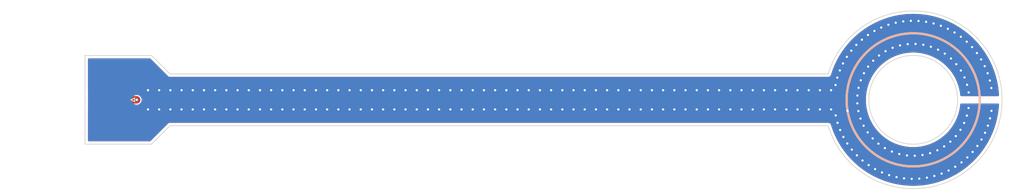
<source format=kicad_pcb>
(kicad_pcb (version 20211014) (generator pcbnew)
  (layers (0 "F.Cu" signal) (1 "In1.Cu" signal) (2 "In2.Cu" signal) (31 "B.Cu" signal) (34 "B.Paste" user) (35 "F.Paste" user) (36 "B.SilkS" user "B.Silkscreen") (37 "F.SilkS" user "F.Silkscreen") (38 "B.Mask" user) (39 "F.Mask" user) (44 "Edge.Cuts" user))
  (net 0 "")
  (net 1 "/signal")
  (net 2 "GND")
  (footprint "Connector_Coaxial:SMA_Amphenol_132289_EdgeMount" (layer "F.Cu") (at 101 104 180)
    (fp_text reference "J1" hide)
    (fp_text value "Conn_Coaxial" hide)
    (fp_line (start -3.71 0.25) (end -3.21 0) (layer "F.SilkS") (width 0.12))
    (fp_line (start -3.71 -0.25) (end -3.71 0.25) (layer "F.SilkS") (width 0.12))
    (fp_line (start -3.21 0) (end -3.71 -0.25) (layer "F.SilkS") (width 0.12))
    (pad "1" smd rect (at 0 0 270) (size 1.5 5.08) (layers "F.Cu" "F.Paste" "F.Mask") (net 1 "/signal"))
    (pad "2" smd rect (at 0 -4.25 270) (size 1.5 5.08) (layers "B.Cu" "B.Paste" "B.Mask") (net 2 "GND"))
    (pad "2" smd rect (at 0 4.25 270) (size 1.5 5.08) (layers "B.Cu" "B.Paste" "B.Mask") (net 2 "GND"))
    (pad "2" smd rect (at 0 4.25 270) (size 1.5 5.08) (layers "F.Cu" "F.Paste" "F.Mask") (net 2 "GND"))
    (pad "2" smd rect (at 0 -4.25 270) (size 1.5 5.08) (layers "F.Cu" "F.Paste" "F.Mask") (net 2 "GND"))
  )
  (gr_circle (center 210 104) (end 219 104) (layer "B.SilkS") (width 0.3) (fill none))
  (gr_circle (center 210 104) (end 219 104) (layer "F.SilkS") (width 0.3) (fill none))
  (gr_line (start 107 98) (end 98 98) (layer "Edge.Cuts") (width 0.1))
  (gr_line (start 98 98) (end 98 110) (layer "Edge.Cuts") (width 0.1))
  (gr_line (start 109.5 100.5) (end 107 98) (layer "Edge.Cuts") (width 0.1))
  (gr_arc (start 198.5 100.5) (mid 222.020825 104) (end 198.5 107.5) (layer "Edge.Cuts") (width 0.1))
  (gr_line (start 198.5 107.5) (end 109.5 107.5) (layer "Edge.Cuts") (width 0.1))
  (gr_line (start 98 110) (end 107 110) (layer "Edge.Cuts") (width 0.1))
  (gr_line (start 198.5 100.5) (end 109.5 100.5) (layer "Edge.Cuts") (width 0.1))
  (gr_line (start 107 110) (end 109.5 107.5) (layer "Edge.Cuts") (width 0.1))
  (gr_circle (center 210 104) (end 216 104) (layer "Edge.Cuts") (width 0.1) (fill none))
  (segment (start 101 104) (end 105 104) (width 1) (layer "F.Cu") (net 1))
  (via (at 105 104) (size 0.5) (drill 0.3) (layers "F.Cu" "B.Cu") (net 1))
  (via (at 135.290322 105.3) (size 0.5) (drill 0.3) (layers "F.Cu" "B.Cu") (net 2))
  (via (at 215.761624 108.904456) (size 0.5) (drill 0.3) (layers "F.Cu" "B.Cu") (net 2))
  (via (at 207.640256 93.574953) (size 0.5) (drill 0.3) (layers "F.Cu" "B.Cu") (net 2))
  (via (at 198.9 105.3) (size 0.5) (drill 0.3) (layers "F.Cu" "B.Cu") (net 2))
  (via (at 202.389352 111.505201) (size 0.5) (drill 0.3) (layers "F.Cu" "B.Cu") (net 2))
  (via (at 203.973087 112.827589) (size 0.5) (drill 0.3) (layers "F.Cu" "B.Cu") (net 2))
  (via (at 204.520158 109.217406) (size 0.5) (drill 0.3) (layers "F.Cu" "B.Cu") (net 2))
  (via (at 167.095161 105.3) (size 0.5) (drill 0.3) (layers "F.Cu" "B.Cu") (net 2))
  (via (at 109.543548 105.3) (size 0.5) (drill 0.3) (layers "F.Cu" "B.Cu") (net 2))
  (via (at 176.182258 105.3) (size 0.5) (drill 0.3) (layers "F.Cu" "B.Cu") (net 2))
  (via (at 123.174193 102.7) (size 0.5) (drill 0.3) (layers "F.Cu" "B.Cu") (net 2))
  (via (at 161.037096 105.3) (size 0.5) (drill 0.3) (layers "F.Cu" "B.Cu") (net 2))
  (via (at 153.464516 102.7) (size 0.5) (drill 0.3) (layers "F.Cu" "B.Cu") (net 2))
  (via (at 111.058064 102.7) (size 0.5) (drill 0.3) (layers "F.Cu" "B.Cu") (net 2))
  (via (at 147.406451 102.7) (size 0.5) (drill 0.3) (layers "F.Cu" "B.Cu") (net 2))
  (via (at 174.667741 105.3) (size 0.5) (drill 0.3) (layers "F.Cu" "B.Cu") (net 2))
  (via (at 135.290322 102.7) (size 0.5) (drill 0.3) (layers "F.Cu" "B.Cu") (net 2))
  (via (at 199.520977 106.107147) (size 0.5) (drill 0.3) (layers "F.Cu" "B.Cu") (net 2))
  (via (at 197.385483 105.3) (size 0.5) (drill 0.3) (layers "F.Cu" "B.Cu") (net 2))
  (via (at 220.364983 101.389037) (size 0.5) (drill 0.3) (layers "F.Cu" "B.Cu") (net 2))
  (via (at 162.551612 105.3) (size 0.5) (drill 0.3) (layers "F.Cu" "B.Cu") (net 2))
  (via (at 141.348387 105.3) (size 0.5) (drill 0.3) (layers "F.Cu" "B.Cu") (net 2))
  (via (at 208.117634 111.328486) (size 0.5) (drill 0.3) (layers "F.Cu" "B.Cu") (net 2))
  (via (at 177.696774 102.7) (size 0.5) (drill 0.3) (layers "F.Cu" "B.Cu") (net 2))
  (via (at 213.364909 97.223025) (size 0.5) (drill 0.3) (layers "F.Cu" "B.Cu") (net 2))
  (via (at 220.064601 100.400861) (size 0.5) (drill 0.3) (layers "F.Cu" "B.Cu") (net 2))
  (via (at 168.609677 105.3) (size 0.5) (drill 0.3) (layers "F.Cu" "B.Cu") (net 2))
  (via (at 114.087096 105.3) (size 0.5) (drill 0.3) (layers "F.Cu" "B.Cu") (net 2))
  (via (at 164.066129 105.3) (size 0.5) (drill 0.3) (layers "F.Cu" "B.Cu") (net 2))
  (via (at 126.203225 105.3) (size 0.5) (drill 0.3) (layers "F.Cu" "B.Cu") (net 2))
  (via (at 213.841287 113.974694) (size 0.5) (drill 0.3) (layers "F.Cu" "B.Cu") (net 2))
  (via (at 192.841935 105.3) (size 0.5) (drill 0.3) (layers "F.Cu" "B.Cu") (net 2))
  (via (at 211.745697 93.454738) (size 0.5) (drill 0.3) (layers "F.Cu" "B.Cu") (net 2))
  (via (at 201.700525 110.735631) (size 0.5) (drill 0.3) (layers "F.Cu" "B.Cu") (net 2))
  (via (at 118.630645 105.3) (size 0.5) (drill 0.3) (layers "F.Cu" "B.Cu") (net 2))
  (via (at 133.775806 102.7) (size 0.5) (drill 0.3) (layers "F.Cu" "B.Cu") (net 2))
  (via (at 204.757788 94.685001) (size 0.5) (drill 0.3) (layers "F.Cu" "B.Cu") (net 2))
  (via (at 174.667741 102.7) (size 0.5) (drill 0.3) (layers "F.Cu" "B.Cu") (net 2))
  (via (at 130.746774 102.7) (size 0.5) (drill 0.3) (layers "F.Cu" "B.Cu") (net 2))
  (via (at 114.087096 102.7) (size 0.5) (drill 0.3) (layers "F.Cu" "B.Cu") (net 2))
  (via (at 201.029356 98.188155) (size 0.5) (drill 0.3) (layers "F.Cu" "B.Cu") (net 2))
  (via (at 159.52258 105.3) (size 0.5) (drill 0.3) (layers "F.Cu" "B.Cu") (net 2))
  (via (at 148.920967 105.3) (size 0.5) (drill 0.3) (layers "F.Cu" "B.Cu") (net 2))
  (via (at 179.21129 105.3) (size 0.5) (drill 0.3) (layers "F.Cu" "B.Cu") (net 2))
  (via (at 165.580645 102.7) (size 0.5) (drill 0.3) (layers "F.Cu" "B.Cu") (net 2))
  (via (at 188.298387 102.7) (size 0.5) (drill 0.3) (layers "F.Cu" "B.Cu") (net 2))
  (via (at 203.910293 99.509402) (size 0.5) (drill 0.3) (layers "F.Cu" "B.Cu") (net 2))
  (via (at 183.754838 105.3) (size 0.5) (drill 0.3) (layers "F.Cu" "B.Cu") (net 2))
  (via (at 219.716258 108.454698) (size 0.5) (drill 0.3) (layers "F.Cu" "B.Cu") (net 2))
  (via (at 219.670249 99.446289) (size 0.5) (drill 0.3) (layers "F.Cu" "B.Cu") (net 2))
  (via (at 216.444854 100.03593) (size 0.5) (drill 0.3) (layers "F.Cu" "B.Cu") (net 2))
  (via (at 130.746774 105.3) (size 0.5) (drill 0.3) (layers "F.Cu" "B.Cu") (net 2))
  (via (at 147.406451 105.3) (size 0.5) (drill 0.3) (layers "F.Cu" "B.Cu") (net 2))
  (via (at 138.319354 105.3) (size 0.5) (drill 0.3) (layers "F.Cu" "B.Cu") (net 2))
  (via (at 215.022984 109.658589) (size 0.5) (drill 0.3) (layers "F.Cu" "B.Cu") (net 2))
  (via (at 218.036762 111.047018) (size 0.5) (drill 0.3) (layers "F.Cu" "B.Cu") (net 2))
  (via (at 203.883234 95.234433) (size 0.5) (drill 0.3) (layers "F.Cu" "B.Cu") (net 2))
  (via (at 205.383975 98.004809) (size 0.5) (drill 0.3) (layers "F.Cu" "B.Cu") (net 2))
  (via (at 183.754838 102.7) (size 0.5) (drill 0.3) (layers "F.Cu" "B.Cu") (net 2))
  (via (at 159.52258 102.7) (size 0.5) (drill 0.3) (layers "F.Cu" "B.Cu") (net 2))
  (via (at 141.348387 102.7) (size 0.5) (drill 0.3) (layers "F.Cu" "B.Cu") (net 2))
  (via (at 109.543548 102.7) (size 0.5) (drill 0.3) (layers "F.Cu" "B.Cu") (net 2))
  (via (at 208.221515 96.645614) (size 0.5) (drill 0.3) (layers "F.Cu" "B.Cu") (net 2))
  (via (at 129.232258 102.7) (size 0.5) (drill 0.3) (layers "F.Cu" "B.Cu") (net 2))
  (via (at 158.008064 105.3) (size 0.5) (drill 0.3) (layers "F.Cu" "B.Cu") (net 2))
  (via (at 214.786051 113.557391) (size 0.5) (drill 0.3) (layers "F.Cu" "B.Cu") (net 2))
  (via (at 106.514516 105.3) (size 0.5) (drill 0.3) (layers "F.Cu" "B.Cu") (net 2))
  (via (at 182.240322 105.3) (size 0.5) (drill 0.3) (layers "F.Cu" "B.Cu") (net 2))
  (via (at 192.841935 102.7) (size 0.5) (drill 0.3) (layers "F.Cu" "B.Cu") (net 2))
  (via (at 217.239158 96.135867) (size 0.5) (drill 0.3) (layers "F.Cu" "B.Cu") (net 2))
  (via (at 220.391112 106.504955) (size 0.5) (drill 0.3) (layers "F.Cu" "B.Cu") (net 2))
  (via (at 108.029032 105.3) (size 0.5) (drill 0.3) (layers "F.Cu" "B.Cu") (net 2))
  (via (at 177.696774 105.3) (size 0.5) (drill 0.3) (layers "F.Cu" "B.Cu") (net 2))
  (via (at 208.657435 93.395873) (size 0.5) (drill 0.3) (layers "F.Cu" "B.Cu") (net 2))
  (via (at 120.145161 105.3) (size 0.5) (drill 0.3) (layers "F.Cu" "B.Cu") (net 2))
  (via (at 170.124193 105.3) (size 0.5) (drill 0.3) (layers "F.Cu" "B.Cu") (net 2))
  (via (at 216.533118 112.459809) (size 0.5) (drill 0.3) (layers "F.Cu" "B.Cu") (net 2))
  (via (at 205.681288 94.22254) (size 0.5) (drill 0.3) (layers "F.Cu" "B.Cu") (net 2))
  (via (at 191.327419 105.3) (size 0.5) (drill 0.3) (layers "F.Cu" "B.Cu") (net 2))
  (via (at 154.979032 102.7) (size 0.5) (drill 0.3) (layers "F.Cu" "B.Cu") (net 2))
  (via (at 216.89028 107.126346) (size 0.5) (drill 0.3) (layers "F.Cu" "B.Cu") (net 2))
  (via (at 201.089188 109.903171) (size 0.5) (drill 0.3) (layers "F.Cu" "B.Cu") (net 2))
  (via (at 218.615204 97.673211) (size 0.5) (drill 0.3) (layers "F.Cu" "B.Cu") (net 2))
  (via (at 126.203225 102.7) (size 0.5) (drill 0.3) (layers "F.Cu" "B.Cu") (net 2))
  (via (at 162.551612 102.7) (size 0.5) (drill 0.3) (layers "F.Cu" "B.Cu") (net 2))
  (via (at 180.725806 105.3) (size 0.5) (drill 0.3) (layers "F.Cu" "B.Cu") (net 2))
  (via (at 211.853319 114.52688) (size 0.5) (drill 0.3) (layers "F.Cu" "B.Cu") (net 2))
  (via (at 138.319354 102.7) (size 0.5) (drill 0.3) (layers "F.Cu" "B.Cu") (net 2))
  (via (at 200.121039 108.081191) (size 0.5) (drill 0.3) (layers "F.Cu" "B.Cu") (net 2))
  (via (at 145.891935 105.3) (size 0.5) (drill 0.3) (layers "F.Cu" "B.Cu") (net 2))
  (via (at 151.95 102.7) (size 0.5) (drill 0.3) (layers "F.Cu" "B.Cu") (net 2))
  (via (at 173.153225 105.3) (size 0.5) (drill 0.3) (layers "F.Cu" "B.Cu") (net 2))
  (via (at 132.26129 105.3) (size 0.5) (drill 0.3) (layers "F.Cu" "B.Cu") (net 2))
  (via (at 167.095161 102.7) (size 0.5) (drill 0.3) (layers "F.Cu" "B.Cu") (net 2))
  (via (at 151.95 105.3) (size 0.5) (drill 0.3) (layers "F.Cu" "B.Cu") (net 2))
  (via (at 150.435483 102.7) (size 0.5) (drill 0.3) (layers "F.Cu" "B.Cu") (net 2))
  (via (at 218.679379 110.23846) (size 0.5) (drill 0.3) (layers "F.Cu" "B.Cu") (net 2))
  (via (at 115.601612 105.3) (size 0.5) (drill 0.3) (layers "F.Cu" "B.Cu") (net 2))
  (via (at 112.57258 102.7) (size 0.5) (drill 0.3) (layers "F.Cu" "B.Cu") (net 2))
  (via (at 124.688709 105.3) (size 0.5) (drill 0.3) (layers "F.Cu" "B.Cu") (net 2))
  (via (at 202.588026 105.520738) (size 0.5) (drill 0.3) (layers "F.Cu" "B.Cu") (net 2))
  (via (at 168.609677 102.7) (size 0.5) (drill 0.3) (layers "F.Cu" "B.Cu") (net 2))
  (via (at 216.446365 95.4739) (size 0.5) (drill 0.3) (layers "F.Cu" "B.Cu") (net 2))
  (via (at 148.920967 102.7) (size 0.5) (drill 0.3) (layers "F.Cu" "B.Cu") (net 2))
  (via (at 215.686129 113.050853) (size 0.5) (drill 0.3) (layers "F.Cu" "B.Cu") (net 2))
  (via (at 200.561049 109.015596) (size 0.5) (drill 0.3) (layers "F.Cu" "B.Cu") (net 2))
  (via (at 212.287169 111.21241) (size 0.5) (drill 0.3) (layers "F.Cu" "B.Cu") (net 2))
  (via (at 212.755312 93.672452) (size 0.5) (drill 0.3) (layers "F.Cu" "B.Cu") (net 2))
  (via (at 217.319108 111.789779) (size 0.5) (drill 0.3) (layers "F.Cu" "B.Cu") (net 2))
  (via (at 189.812903 105.3) (size 0.5) (drill 0.3) (layers "F.Cu" "B.Cu") (net 2))
  (via (at 206.263267 97.420728) (size 0.5) (drill 0.3) (layers "F.Cu" "B.Cu") (net 2))
  (via (at 214.688179 94.394221) (size 0.5) (drill 0.3) (layers "F.Cu" "B.Cu") (net 2))
  (via (at 180.725806 102.7) (size 0.5) (drill 0.3) (layers "F.Cu" "B.Cu") (net 2))
  (via (at 203.847365 108.403984) (size 0.5) (drill 0.3) (layers "F.Cu" "B.Cu") (net 2))
  (via (at 205.29961 109.929278) (size 0.5) (drill 0.3) (layers "F.Cu" "B.Cu") (net 2))
  (via (at 179.21129 102.7) (size 0.5) (drill 0.3) (layers "F.Cu" "B.Cu") (net 2))
  (via (at 182.240322 102.7) (size 0.5) (drill 0.3) (layers "F.Cu" "B.Cu") (net 2))
  (via (at 171.638709 105.3) (size 0.5) (drill 0.3) (layers "F.Cu" "B.Cu") (net 2))
  (via (at 209.796297 114.686838) (size 0.5) (drill 0.3) (layers "F.Cu" "B.Cu") (net 2))
  (via (at 220.56859 102.401591) (size 0.5) (drill 0.3) (layers "F.Cu" "B.Cu") (net 2))
  (via (at 153.464516 105.3) (size 0.5) (drill 0.3) (layers "F.Cu" "B.Cu") (net 2))
  (via (at 211.261137 111.460532) (size 0.5) (drill 0.3) (layers "F.Cu" "B.Cu") (net 2))
  (via (at 220.100839 107.496148) (size 0.5) (drill 0.3) (layers "F.Cu" "B.Cu") (net 2))
  (via (at 136.804838 105.3) (size 0.5) (drill 0.3) (layers "F.Cu" "B.Cu") (net 2))
  (via (at 142.862903 105.3) (size 0.5) (drill 0.3) (layers "F.Cu" "B.Cu") (net 2))
  (via (at 203.149238 112.204698) (size 0.5) (drill 0.3) (layers "F.Cu" "B.Cu") (net 2))
  (via (at 206.748947 114.18237) (size 0.5) (drill 0.3) (layers "F.Cu" "B.Cu") (net 2))
  (via (at 202.313089 96.572928) (size 0.5) (drill 0.3) (layers "F.Cu" "B.Cu") (net 2))
  (via (at 154.979032 105.3) (size 0.5) (drill 0.3) (layers "F.Cu" "B.Cu") (net 2))
  (via (at 210.828676 114.656608) (size 0.5) (drill 0.3) (layers "F.Cu" "B.Cu") (net 2))
  (via (at 199.5 102) (size 0.5) (drill 0.3) (layers "F.Cu" "B.Cu") (net 2))
  (via (at 198.9 102.7) (size 0.5) (drill 0.3) (layers "F.Cu" "B.Cu") (net 2))
  (via (at 127.717741 105.3) (size 0.5) (drill 0.3) (layers "F.Cu" "B.Cu") (net 2))
  (via (at 124.688709 102.7) (size 0.5) (drill 0.3) (layers "F.Cu" "B.Cu") (net 2))
  (via (at 145.891935 102.7) (size 0.5) (drill 0.3) (layers "F.Cu" "B.Cu") (net 2))
  (via (at 215.830441 99.177557) (size 0.5) (drill 0.3) (layers "F.Cu" "B.Cu") (net 2))
  (via (at 202.871805 106.537485) (size 0.5) (drill 0.3) (layers "F.Cu" "B.Cu") (net 2))
  (via (at 142.862903 102.7) (size 0.5) (drill 0.3) (layers "F.Cu" "B.Cu") (net 2))
  (via (at 208.765819 114.617288) (size 0.5) (drill 0.3) (layers "F.Cu" "B.Cu") (net 2))
  (via (at 219.240958 109.371656) (size 0.5) (drill 0.3) (layers "F.Cu" "B.Cu") (net 2))
  (via (at 173.153225 102.7) (size 0.5) (drill 0.3) (layers "F.Cu" "B.Cu") (net 2))
  (via (at 201.117446 105.486562) (size 0.5) (drill 0.3) (layers "F.Cu" "B.Cu") (net 2))
  (via (at 200.079867 100.019929) (size 0.5) (drill 0.3) (layers "F.Cu" "B.Cu") (net 2))
  (via (at 121.659677 105.3) (size 0.5) (drill 0.3) (layers "F.Cu" "B.Cu") (net 2))
  (via (at 186.78387 102.7) (size 0.5) (drill 0.3) (layers "F.Cu" "B.Cu") (net 2))
  (via (at 209.155882 111.51914) (size 0.5) (drill 0.3) (layers "F.Cu" "B.Cu") (net 2))
  (via (at 150.435483 105.3) (size 0.5) (drill 0.3) (layers "F.Cu" "B.Cu") (net 2))
  (via (at 202.610285 102.374542) (size 0.5) (drill 0.3) (layers "F.Cu" "B.Cu") (net 2))
  (via (at 207.116025 110.995191) (size 0.5) (drill 0.3) (layers "F.Cu" "B.Cu") (net 2))
  (via (at 199.742046 100.995941) (size 0.5) (drill 0.3) (layers "F.Cu" "B.Cu") (net 2))
  (via (at 144.377419 102.7) (size 0.5) (drill 0.3) (layers "F.Cu" "B.Cu") (net 2))
  (via (at 197.385483 102.7) (size 0.5) (drill 0.3) (layers "F.Cu" "B.Cu") (net 2))
  (via (at 161.037096 102.7) (size 0.5) (drill 0.3) (layers "F.Cu" "B.Cu") (net 2))
  (via (at 186.78387 105.3) (size 0.5) (drill 0.3) (layers "F.Cu" "B.Cu") (net 2))
  (via (at 170.124193 102.7) (size 0.5) (drill 0.3) (layers "F.Cu" "B.Cu") (net 2))
  (via (at 121.659677 102.7) (size 0.5) (drill 0.3) (layers "F.Cu" "B.Cu") (net 2))
  (via (at 195.870967 105.3) (size 0.5) (drill 0.3) (layers "F.Cu" "B.Cu") (net 2))
  (via (at 185.269354 105.3) (size 0.5) (drill 0.3) (layers "F.Cu" "B.Cu") (net 2))
  (via (at 111.058064 105.3) (size 0.5) (drill 0.3) (layers "F.Cu" "B.Cu") (net 2))
  (via (at 201.632158 97.349495) (size 0.5) (drill 0.3) (layers "F.Cu" "B.Cu") (net 2))
  (via (at 191.327419 102.7) (size 0.5) (drill 0.3) (layers "F.Cu" "B.Cu") (net 2))
  (via (at 189.812903 102.7) (size 0.5) (drill 0.3) (layers "F.Cu" "B.Cu") (net 2))
  (via (at 206.17055 110.525742) (size 0.5) (drill 0.3) (layers "F.Cu" "B.Cu") (net 2))
  (via (at 171.638709 102.7) (size 0.5) (drill 0.3) (layers "F.Cu" "B.Cu") (net 2))
  (via (at 205.781384 113.821063) (size 0.5) (drill 0.3) (layers "F.Cu" "B.Cu") (net 2))
  (via (at 217.287837 101.965934) (size 0.5) (drill 0.3) (layers "F.Cu" "B.Cu") (net 2))
  (via (at 194.356451 102.7) (size 0.5) (drill 0.3) (layers "F.Cu" "B.Cu") (net 2))
  (via (at 195.870967 102.7) (size 0.5) (drill 0.3) (layers "F.Cu" "B.Cu") (net 2))
  (via (at 217.4851 105.106018) (size 0.5) (drill 0.3) (layers "F.Cu" "B.Cu") (net 2))
  (via (at 123.174193 105.3) (size 0.5) (drill 0.3) (layers "F.Cu" "B.Cu") (net 2))
  (via (at 211.366571 96.558059) (size 0.5) (drill 0.3) (layers "F.Cu" "B.Cu") (net 2))
  (via (at 209.687148 93.3158) (size 0.5) (drill 0.3) (layers "F.Cu" "B.Cu") (net 2))
  (via (at 139.83387 102.7) (size 0.5) (drill 0.3) (layers "F.Cu" "B.Cu") (net 2))
  (via (at 176.182258 102.7) (size 0.5) (drill 0.3) (layers "F.Cu" "B.Cu") (net 2))
  (via (at 120.145161 102.7) (size 0.5) (drill 0.3) (layers "F.Cu" "B.Cu") (net 2))
  (via (at 165.580645 105.3) (size 0.5) (drill 0.3) (layers "F.Cu" "B.Cu") (net 2))
  (via (at 108.029032 102.7) (size 0.5) (drill 0.3) (layers "F.Cu" "B.Cu") (net 2))
  (via (at 216.933825 100.971458) (size 0.5) (drill 0.3) (layers "F.Cu" "B.Cu") (net 2))
  (via (at 210.317554 96.440294) (size 0.5) (drill 0.3) (layers "F.Cu" "B.Cu") (net 2))
  (via (at 204.853209 113.368059) (size 0.5) (drill 0.3) (layers "F.Cu" "B.Cu") (net 2))
  (via (at 156.493548 102.7) (size 0.5) (drill 0.3) (layers "F.Cu" "B.Cu") (net 2))
  (via (at 118.630645 102.7) (size 0.5) (drill 0.3) (layers "F.Cu" "B.Cu") (net 2))
  (via (at 132.26129 102.7) (size 0.5) (drill 0.3) (layers "F.Cu" "B.Cu") (net 2))
  (via (at 202.448513 104.47439) (size 0.5) (drill 0.3) (layers "F.Cu" "B.Cu") (net 2))
  (via (at 207.21529 96.964704) (size 0.5) (drill 0.3) (layers "F.Cu" "B.Cu") (net 2))
  (via (at 217.258328 106.136979) (size 0.5) (drill 0.3) (layers "F.Cu" "B.Cu") (net 2))
  (via (at 206.64511 93.851369) (size 0.5) (drill 0.3) (layers "F.Cu" "B.Cu") (net 2))
  (via (at 210.719783 93.335483) (size 0.5) (drill 0.3) (layers "F.Cu" "B.Cu") (net 2))
  (via (at 194.356451 105.3) (size 0.5) (drill 0.3) (layers "F.Cu" "B.Cu") (net 2))
  (via (at 216.388121 108.054863) (size 0.5) (drill 0.3) (layers "F.Cu" "B.Cu") (net 2))
  (via (at 214.186578 110.302584) (size 0.5) (drill 0.3) (layers "F.Cu" "B.Cu") (net 2))
  (via (at 217.964362 96.871259) (size 0.5) (drill 0.3) (layers "F.Cu" "B.Cu") (net 2))
  (via (at 210.210558 111.563443) (size 0.5) (drill 0.3) (layers "F.Cu" "B.Cu") (net 2))
  (via (at 212.860657 114.298866) (size 0.5) (drill 0.3) (layers "F.Cu" "B.Cu") (net 2))
  (via (at 139.83387 105.3) (size 0.5) (drill 0.3) (layers "F.Cu" "B.Cu") (net 2))
  (via (at 164.066129 102.7) (size 0.5) (drill 0.3) (layers "F.Cu" "B.Cu") (net 2))
  (via (at 117.116129 102.7) (size 0.5) (drill 0.3) (layers "F.Cu" "B.Cu") (net 2))
  (via (at 199.773265 107.108681) (size 0.5) (drill 0.3) (layers "F.Cu" "B.Cu") (net 2))
  (via (at 117.116129 105.3) (size 0.5) (drill 0.3) (layers "F.Cu" "B.Cu") (net 2))
  (via (at 220.584365 105.490374) (size 0.5) (drill 0.3) (layers "F.Cu" "B.Cu") (net 2))
  (via (at 106.514516 102.7) (size 0.5) (drill 0.3) (layers "F.Cu" "B.Cu") (net 2))
  (via (at 136.804838 102.7) (size 0.5) (drill 0.3) (layers "F.Cu" "B.Cu") (net 2))
  (via (at 215.593384 94.891539) (size 0.5) (drill 0.3) (layers "F.Cu" "B.Cu") (net 2))
  (via (at 217.5 103) (size 0.5) (drill 0.3) (layers "F.Cu" "B.Cu") (net 2))
  (via (at 213.739201 93.98659) (size 0.5) (drill 0.3) (layers "F.Cu" "B.Cu") (net 2))
  (via (at 215.102546 98.413048) (size 0.5) (drill 0.3) (layers "F.Cu" "B.Cu") (net 2))
  (via (at 203.344587 100.400628) (size 0.5) (drill 0.3) (layers "F.Cu" "B.Cu") (net 2))
  (via (at 202.455981 103.41881) (size 0.5) (drill 0.3) (layers "F.Cu" "B.Cu") (net 2))
  (via (at 203.294325 107.504844) (size 0.5) (drill 0.3) (layers "F.Cu" "B.Cu") (net 2))
  (via (at 219.185608 98.534234) (size 0.5) (drill 0.3) (layers "F.Cu" "B.Cu") (net 2))
  (via (at 213.268684 110.823907) (size 0.5) (drill 0.3) (layers "F.Cu" "B.Cu") (net 2))
  (via (at 112.57258 105.3) (size 0.5) (drill 0.3) (layers "F.Cu" "B.Cu") (net 2))
  (via (at 202.908421 101.361911) (size 0.5) (drill 0.3) (layers "F.Cu" "B.Cu") (net 2))
  (via (at 203.06579 95.865707) (size 0.5) (drill 0.3) (layers "F.Cu" "B.Cu") (net 2))
  (via (at 209.262355 96.469669) (size 0.5) (drill 0.3) (layers "F.Cu" "B.Cu") (net 2))
  (via (at 212.38899 96.820674) (size 0.5) (drill 0.3) (layers "F.Cu" "B.Cu") (net 2))
  (via (at 200.51031 99.081079) (size 0.5) (drill 0.3) (layers "F.Cu" "B.Cu") (net 2))
  (via (at 204.594528 98.705581) (size 0.5) (drill 0.3) (layers "F.Cu" "B.Cu") (net 2))
  (via (at 214.275335 97.757283) (size 0.5) (drill 0.3) (layers "F.Cu" "B.Cu") (net 2))
  (via (at 127.717741 102.7) (size 0.5) (drill 0.3) (layers "F.Cu" "B.Cu") (net 2))
  (via (at 156.493548 105.3) (size 0.5) (drill 0.3) (layers "F.Cu" "B.Cu") (net 2))
  (via (at 158.008064 102.7) (size 0.5) (drill 0.3) (layers "F.Cu" "B.Cu") (net 2))
  (via (at 188.298387 105.3) (size 0.5) (drill 0.3) (layers "F.Cu" "B.Cu") (net 2))
  (via (at 185.269354 102.7) (size 0.5) (drill 0.3) (layers "F.Cu" "B.Cu") (net 2))
  (via (at 133.775806 105.3) (size 0.5) (drill 0.3) (layers "F.Cu" "B.Cu") (net 2))
  (via (at 144.377419 105.3) (size 0.5) (drill 0.3) (layers "F.Cu" "B.Cu") (net 2))
  (via (at 115.601612 102.7) (size 0.5) (drill 0.3) (layers "F.Cu" "B.Cu") (net 2))
  (via (at 129.232258 105.3) (size 0.5) (drill 0.3) (layers "F.Cu" "B.Cu") (net 2))
  (via (at 207.746865 114.448607) (size 0.5) (drill 0.3) (layers "F.Cu" "B.Cu") (net 2))
  (zone (net 2) (net_name "GND") (layers "F.Cu" "In2.Cu" "B.Cu") (connect_pads yes (clearance 0.4)) (min_thickness 0.254) (fill yes (thermal_gap 0.508) (thermal_bridge_width 0.508) (island_removal_mode 1) (island_area_min 0))
    (polygon (pts (xy 225 117) (xy 97.5 117) (xy 97.5 90.5) (xy 225 90.5)))
  )
  (zone (net 0) (net_name "") (layers "F.Cu" "In1.Cu" "In2.Cu" "B.Cu") (connect_pads (clearance 0)) (min_thickness 0.254)
    (keepout (tracks allowed) (vias allowed) (pads allowed) (copperpour not_allowed) (footprints allowed))
    (fill (thermal_gap 0.508) (thermal_bridge_width 0.508))
    (polygon (pts (xy 223 104.5) (xy 215 104.5) (xy 215 103.5) (xy 223 103.5)))
  )
)
</source>
